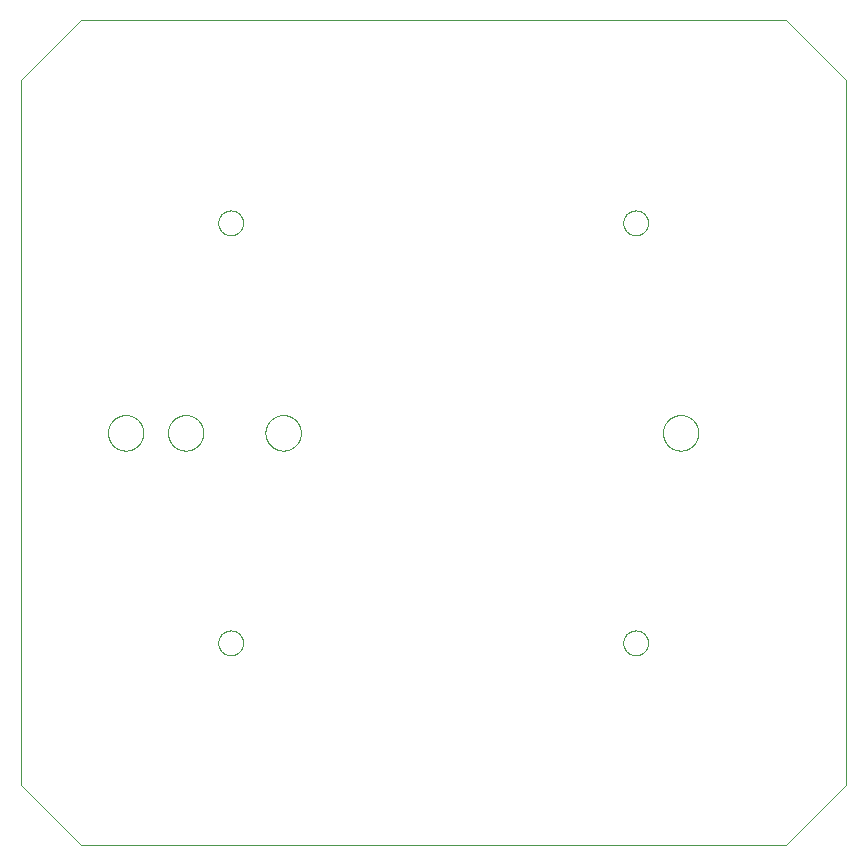
<source format=gbp>
G75*
%MOIN*%
%OFA0B0*%
%FSLAX25Y25*%
%IPPOS*%
%LPD*%
%AMOC8*
5,1,8,0,0,1.08239X$1,22.5*
%
%ADD10C,0.00000*%
D10*
X0033342Y0048933D02*
X0033342Y0283933D01*
X0053342Y0303933D01*
X0058302Y0303894D01*
X0053342Y0303933D02*
X0288342Y0303933D01*
X0308342Y0283933D01*
X0308342Y0048933D01*
X0288342Y0028933D01*
X0053342Y0028933D01*
X0033342Y0048933D01*
X0099208Y0096433D02*
X0099210Y0096561D01*
X0099216Y0096689D01*
X0099226Y0096816D01*
X0099240Y0096944D01*
X0099257Y0097070D01*
X0099279Y0097196D01*
X0099305Y0097322D01*
X0099334Y0097446D01*
X0099367Y0097570D01*
X0099404Y0097692D01*
X0099445Y0097813D01*
X0099490Y0097933D01*
X0099538Y0098052D01*
X0099590Y0098169D01*
X0099646Y0098284D01*
X0099705Y0098398D01*
X0099767Y0098509D01*
X0099833Y0098619D01*
X0099902Y0098726D01*
X0099975Y0098832D01*
X0100051Y0098935D01*
X0100130Y0099035D01*
X0100212Y0099134D01*
X0100297Y0099229D01*
X0100385Y0099322D01*
X0100476Y0099412D01*
X0100569Y0099499D01*
X0100666Y0099584D01*
X0100764Y0099665D01*
X0100866Y0099743D01*
X0100969Y0099818D01*
X0101075Y0099890D01*
X0101183Y0099959D01*
X0101293Y0100024D01*
X0101406Y0100085D01*
X0101520Y0100144D01*
X0101635Y0100198D01*
X0101753Y0100249D01*
X0101871Y0100297D01*
X0101992Y0100340D01*
X0102113Y0100380D01*
X0102236Y0100416D01*
X0102360Y0100449D01*
X0102485Y0100477D01*
X0102610Y0100502D01*
X0102736Y0100522D01*
X0102863Y0100539D01*
X0102991Y0100552D01*
X0103118Y0100561D01*
X0103246Y0100566D01*
X0103374Y0100567D01*
X0103502Y0100564D01*
X0103630Y0100557D01*
X0103757Y0100546D01*
X0103884Y0100531D01*
X0104011Y0100513D01*
X0104137Y0100490D01*
X0104262Y0100463D01*
X0104386Y0100433D01*
X0104509Y0100399D01*
X0104632Y0100361D01*
X0104753Y0100319D01*
X0104872Y0100273D01*
X0104990Y0100224D01*
X0105107Y0100171D01*
X0105222Y0100115D01*
X0105335Y0100055D01*
X0105446Y0099992D01*
X0105555Y0099925D01*
X0105662Y0099855D01*
X0105767Y0099781D01*
X0105869Y0099705D01*
X0105969Y0099625D01*
X0106067Y0099542D01*
X0106162Y0099456D01*
X0106254Y0099367D01*
X0106343Y0099276D01*
X0106430Y0099182D01*
X0106513Y0099085D01*
X0106594Y0098985D01*
X0106671Y0098884D01*
X0106746Y0098779D01*
X0106817Y0098673D01*
X0106884Y0098564D01*
X0106949Y0098454D01*
X0107009Y0098341D01*
X0107067Y0098227D01*
X0107120Y0098111D01*
X0107170Y0097993D01*
X0107217Y0097874D01*
X0107260Y0097753D01*
X0107299Y0097631D01*
X0107334Y0097508D01*
X0107365Y0097384D01*
X0107393Y0097259D01*
X0107416Y0097133D01*
X0107436Y0097007D01*
X0107452Y0096880D01*
X0107464Y0096753D01*
X0107472Y0096625D01*
X0107476Y0096497D01*
X0107476Y0096369D01*
X0107472Y0096241D01*
X0107464Y0096113D01*
X0107452Y0095986D01*
X0107436Y0095859D01*
X0107416Y0095733D01*
X0107393Y0095607D01*
X0107365Y0095482D01*
X0107334Y0095358D01*
X0107299Y0095235D01*
X0107260Y0095113D01*
X0107217Y0094992D01*
X0107170Y0094873D01*
X0107120Y0094755D01*
X0107067Y0094639D01*
X0107009Y0094525D01*
X0106949Y0094412D01*
X0106884Y0094302D01*
X0106817Y0094193D01*
X0106746Y0094087D01*
X0106671Y0093982D01*
X0106594Y0093881D01*
X0106513Y0093781D01*
X0106430Y0093684D01*
X0106343Y0093590D01*
X0106254Y0093499D01*
X0106162Y0093410D01*
X0106067Y0093324D01*
X0105969Y0093241D01*
X0105869Y0093161D01*
X0105767Y0093085D01*
X0105662Y0093011D01*
X0105555Y0092941D01*
X0105446Y0092874D01*
X0105335Y0092811D01*
X0105222Y0092751D01*
X0105107Y0092695D01*
X0104990Y0092642D01*
X0104872Y0092593D01*
X0104753Y0092547D01*
X0104632Y0092505D01*
X0104509Y0092467D01*
X0104386Y0092433D01*
X0104262Y0092403D01*
X0104137Y0092376D01*
X0104011Y0092353D01*
X0103884Y0092335D01*
X0103757Y0092320D01*
X0103630Y0092309D01*
X0103502Y0092302D01*
X0103374Y0092299D01*
X0103246Y0092300D01*
X0103118Y0092305D01*
X0102991Y0092314D01*
X0102863Y0092327D01*
X0102736Y0092344D01*
X0102610Y0092364D01*
X0102485Y0092389D01*
X0102360Y0092417D01*
X0102236Y0092450D01*
X0102113Y0092486D01*
X0101992Y0092526D01*
X0101871Y0092569D01*
X0101753Y0092617D01*
X0101635Y0092668D01*
X0101520Y0092722D01*
X0101406Y0092781D01*
X0101293Y0092842D01*
X0101183Y0092907D01*
X0101075Y0092976D01*
X0100969Y0093048D01*
X0100866Y0093123D01*
X0100764Y0093201D01*
X0100666Y0093282D01*
X0100569Y0093367D01*
X0100476Y0093454D01*
X0100385Y0093544D01*
X0100297Y0093637D01*
X0100212Y0093732D01*
X0100130Y0093831D01*
X0100051Y0093931D01*
X0099975Y0094034D01*
X0099902Y0094140D01*
X0099833Y0094247D01*
X0099767Y0094357D01*
X0099705Y0094468D01*
X0099646Y0094582D01*
X0099590Y0094697D01*
X0099538Y0094814D01*
X0099490Y0094933D01*
X0099445Y0095053D01*
X0099404Y0095174D01*
X0099367Y0095296D01*
X0099334Y0095420D01*
X0099305Y0095544D01*
X0099279Y0095670D01*
X0099257Y0095796D01*
X0099240Y0095922D01*
X0099226Y0096050D01*
X0099216Y0096177D01*
X0099210Y0096305D01*
X0099208Y0096433D01*
X0082436Y0166433D02*
X0082438Y0166586D01*
X0082444Y0166740D01*
X0082454Y0166893D01*
X0082468Y0167045D01*
X0082486Y0167198D01*
X0082508Y0167349D01*
X0082533Y0167500D01*
X0082563Y0167651D01*
X0082597Y0167801D01*
X0082634Y0167949D01*
X0082675Y0168097D01*
X0082720Y0168243D01*
X0082769Y0168389D01*
X0082822Y0168533D01*
X0082878Y0168675D01*
X0082938Y0168816D01*
X0083002Y0168956D01*
X0083069Y0169094D01*
X0083140Y0169230D01*
X0083215Y0169364D01*
X0083292Y0169496D01*
X0083374Y0169626D01*
X0083458Y0169754D01*
X0083546Y0169880D01*
X0083637Y0170003D01*
X0083731Y0170124D01*
X0083829Y0170242D01*
X0083929Y0170358D01*
X0084033Y0170471D01*
X0084139Y0170582D01*
X0084248Y0170690D01*
X0084360Y0170795D01*
X0084474Y0170896D01*
X0084592Y0170995D01*
X0084711Y0171091D01*
X0084833Y0171184D01*
X0084958Y0171273D01*
X0085085Y0171360D01*
X0085214Y0171442D01*
X0085345Y0171522D01*
X0085478Y0171598D01*
X0085613Y0171671D01*
X0085750Y0171740D01*
X0085889Y0171805D01*
X0086029Y0171867D01*
X0086171Y0171925D01*
X0086314Y0171980D01*
X0086459Y0172031D01*
X0086605Y0172078D01*
X0086752Y0172121D01*
X0086900Y0172160D01*
X0087049Y0172196D01*
X0087199Y0172227D01*
X0087350Y0172255D01*
X0087501Y0172279D01*
X0087654Y0172299D01*
X0087806Y0172315D01*
X0087959Y0172327D01*
X0088112Y0172335D01*
X0088265Y0172339D01*
X0088419Y0172339D01*
X0088572Y0172335D01*
X0088725Y0172327D01*
X0088878Y0172315D01*
X0089030Y0172299D01*
X0089183Y0172279D01*
X0089334Y0172255D01*
X0089485Y0172227D01*
X0089635Y0172196D01*
X0089784Y0172160D01*
X0089932Y0172121D01*
X0090079Y0172078D01*
X0090225Y0172031D01*
X0090370Y0171980D01*
X0090513Y0171925D01*
X0090655Y0171867D01*
X0090795Y0171805D01*
X0090934Y0171740D01*
X0091071Y0171671D01*
X0091206Y0171598D01*
X0091339Y0171522D01*
X0091470Y0171442D01*
X0091599Y0171360D01*
X0091726Y0171273D01*
X0091851Y0171184D01*
X0091973Y0171091D01*
X0092092Y0170995D01*
X0092210Y0170896D01*
X0092324Y0170795D01*
X0092436Y0170690D01*
X0092545Y0170582D01*
X0092651Y0170471D01*
X0092755Y0170358D01*
X0092855Y0170242D01*
X0092953Y0170124D01*
X0093047Y0170003D01*
X0093138Y0169880D01*
X0093226Y0169754D01*
X0093310Y0169626D01*
X0093392Y0169496D01*
X0093469Y0169364D01*
X0093544Y0169230D01*
X0093615Y0169094D01*
X0093682Y0168956D01*
X0093746Y0168816D01*
X0093806Y0168675D01*
X0093862Y0168533D01*
X0093915Y0168389D01*
X0093964Y0168243D01*
X0094009Y0168097D01*
X0094050Y0167949D01*
X0094087Y0167801D01*
X0094121Y0167651D01*
X0094151Y0167500D01*
X0094176Y0167349D01*
X0094198Y0167198D01*
X0094216Y0167045D01*
X0094230Y0166893D01*
X0094240Y0166740D01*
X0094246Y0166586D01*
X0094248Y0166433D01*
X0094246Y0166280D01*
X0094240Y0166126D01*
X0094230Y0165973D01*
X0094216Y0165821D01*
X0094198Y0165668D01*
X0094176Y0165517D01*
X0094151Y0165366D01*
X0094121Y0165215D01*
X0094087Y0165065D01*
X0094050Y0164917D01*
X0094009Y0164769D01*
X0093964Y0164623D01*
X0093915Y0164477D01*
X0093862Y0164333D01*
X0093806Y0164191D01*
X0093746Y0164050D01*
X0093682Y0163910D01*
X0093615Y0163772D01*
X0093544Y0163636D01*
X0093469Y0163502D01*
X0093392Y0163370D01*
X0093310Y0163240D01*
X0093226Y0163112D01*
X0093138Y0162986D01*
X0093047Y0162863D01*
X0092953Y0162742D01*
X0092855Y0162624D01*
X0092755Y0162508D01*
X0092651Y0162395D01*
X0092545Y0162284D01*
X0092436Y0162176D01*
X0092324Y0162071D01*
X0092210Y0161970D01*
X0092092Y0161871D01*
X0091973Y0161775D01*
X0091851Y0161682D01*
X0091726Y0161593D01*
X0091599Y0161506D01*
X0091470Y0161424D01*
X0091339Y0161344D01*
X0091206Y0161268D01*
X0091071Y0161195D01*
X0090934Y0161126D01*
X0090795Y0161061D01*
X0090655Y0160999D01*
X0090513Y0160941D01*
X0090370Y0160886D01*
X0090225Y0160835D01*
X0090079Y0160788D01*
X0089932Y0160745D01*
X0089784Y0160706D01*
X0089635Y0160670D01*
X0089485Y0160639D01*
X0089334Y0160611D01*
X0089183Y0160587D01*
X0089030Y0160567D01*
X0088878Y0160551D01*
X0088725Y0160539D01*
X0088572Y0160531D01*
X0088419Y0160527D01*
X0088265Y0160527D01*
X0088112Y0160531D01*
X0087959Y0160539D01*
X0087806Y0160551D01*
X0087654Y0160567D01*
X0087501Y0160587D01*
X0087350Y0160611D01*
X0087199Y0160639D01*
X0087049Y0160670D01*
X0086900Y0160706D01*
X0086752Y0160745D01*
X0086605Y0160788D01*
X0086459Y0160835D01*
X0086314Y0160886D01*
X0086171Y0160941D01*
X0086029Y0160999D01*
X0085889Y0161061D01*
X0085750Y0161126D01*
X0085613Y0161195D01*
X0085478Y0161268D01*
X0085345Y0161344D01*
X0085214Y0161424D01*
X0085085Y0161506D01*
X0084958Y0161593D01*
X0084833Y0161682D01*
X0084711Y0161775D01*
X0084592Y0161871D01*
X0084474Y0161970D01*
X0084360Y0162071D01*
X0084248Y0162176D01*
X0084139Y0162284D01*
X0084033Y0162395D01*
X0083929Y0162508D01*
X0083829Y0162624D01*
X0083731Y0162742D01*
X0083637Y0162863D01*
X0083546Y0162986D01*
X0083458Y0163112D01*
X0083374Y0163240D01*
X0083292Y0163370D01*
X0083215Y0163502D01*
X0083140Y0163636D01*
X0083069Y0163772D01*
X0083002Y0163910D01*
X0082938Y0164050D01*
X0082878Y0164191D01*
X0082822Y0164333D01*
X0082769Y0164477D01*
X0082720Y0164623D01*
X0082675Y0164769D01*
X0082634Y0164917D01*
X0082597Y0165065D01*
X0082563Y0165215D01*
X0082533Y0165366D01*
X0082508Y0165517D01*
X0082486Y0165668D01*
X0082468Y0165821D01*
X0082454Y0165973D01*
X0082444Y0166126D01*
X0082438Y0166280D01*
X0082436Y0166433D01*
X0062436Y0166433D02*
X0062438Y0166586D01*
X0062444Y0166740D01*
X0062454Y0166893D01*
X0062468Y0167045D01*
X0062486Y0167198D01*
X0062508Y0167349D01*
X0062533Y0167500D01*
X0062563Y0167651D01*
X0062597Y0167801D01*
X0062634Y0167949D01*
X0062675Y0168097D01*
X0062720Y0168243D01*
X0062769Y0168389D01*
X0062822Y0168533D01*
X0062878Y0168675D01*
X0062938Y0168816D01*
X0063002Y0168956D01*
X0063069Y0169094D01*
X0063140Y0169230D01*
X0063215Y0169364D01*
X0063292Y0169496D01*
X0063374Y0169626D01*
X0063458Y0169754D01*
X0063546Y0169880D01*
X0063637Y0170003D01*
X0063731Y0170124D01*
X0063829Y0170242D01*
X0063929Y0170358D01*
X0064033Y0170471D01*
X0064139Y0170582D01*
X0064248Y0170690D01*
X0064360Y0170795D01*
X0064474Y0170896D01*
X0064592Y0170995D01*
X0064711Y0171091D01*
X0064833Y0171184D01*
X0064958Y0171273D01*
X0065085Y0171360D01*
X0065214Y0171442D01*
X0065345Y0171522D01*
X0065478Y0171598D01*
X0065613Y0171671D01*
X0065750Y0171740D01*
X0065889Y0171805D01*
X0066029Y0171867D01*
X0066171Y0171925D01*
X0066314Y0171980D01*
X0066459Y0172031D01*
X0066605Y0172078D01*
X0066752Y0172121D01*
X0066900Y0172160D01*
X0067049Y0172196D01*
X0067199Y0172227D01*
X0067350Y0172255D01*
X0067501Y0172279D01*
X0067654Y0172299D01*
X0067806Y0172315D01*
X0067959Y0172327D01*
X0068112Y0172335D01*
X0068265Y0172339D01*
X0068419Y0172339D01*
X0068572Y0172335D01*
X0068725Y0172327D01*
X0068878Y0172315D01*
X0069030Y0172299D01*
X0069183Y0172279D01*
X0069334Y0172255D01*
X0069485Y0172227D01*
X0069635Y0172196D01*
X0069784Y0172160D01*
X0069932Y0172121D01*
X0070079Y0172078D01*
X0070225Y0172031D01*
X0070370Y0171980D01*
X0070513Y0171925D01*
X0070655Y0171867D01*
X0070795Y0171805D01*
X0070934Y0171740D01*
X0071071Y0171671D01*
X0071206Y0171598D01*
X0071339Y0171522D01*
X0071470Y0171442D01*
X0071599Y0171360D01*
X0071726Y0171273D01*
X0071851Y0171184D01*
X0071973Y0171091D01*
X0072092Y0170995D01*
X0072210Y0170896D01*
X0072324Y0170795D01*
X0072436Y0170690D01*
X0072545Y0170582D01*
X0072651Y0170471D01*
X0072755Y0170358D01*
X0072855Y0170242D01*
X0072953Y0170124D01*
X0073047Y0170003D01*
X0073138Y0169880D01*
X0073226Y0169754D01*
X0073310Y0169626D01*
X0073392Y0169496D01*
X0073469Y0169364D01*
X0073544Y0169230D01*
X0073615Y0169094D01*
X0073682Y0168956D01*
X0073746Y0168816D01*
X0073806Y0168675D01*
X0073862Y0168533D01*
X0073915Y0168389D01*
X0073964Y0168243D01*
X0074009Y0168097D01*
X0074050Y0167949D01*
X0074087Y0167801D01*
X0074121Y0167651D01*
X0074151Y0167500D01*
X0074176Y0167349D01*
X0074198Y0167198D01*
X0074216Y0167045D01*
X0074230Y0166893D01*
X0074240Y0166740D01*
X0074246Y0166586D01*
X0074248Y0166433D01*
X0074246Y0166280D01*
X0074240Y0166126D01*
X0074230Y0165973D01*
X0074216Y0165821D01*
X0074198Y0165668D01*
X0074176Y0165517D01*
X0074151Y0165366D01*
X0074121Y0165215D01*
X0074087Y0165065D01*
X0074050Y0164917D01*
X0074009Y0164769D01*
X0073964Y0164623D01*
X0073915Y0164477D01*
X0073862Y0164333D01*
X0073806Y0164191D01*
X0073746Y0164050D01*
X0073682Y0163910D01*
X0073615Y0163772D01*
X0073544Y0163636D01*
X0073469Y0163502D01*
X0073392Y0163370D01*
X0073310Y0163240D01*
X0073226Y0163112D01*
X0073138Y0162986D01*
X0073047Y0162863D01*
X0072953Y0162742D01*
X0072855Y0162624D01*
X0072755Y0162508D01*
X0072651Y0162395D01*
X0072545Y0162284D01*
X0072436Y0162176D01*
X0072324Y0162071D01*
X0072210Y0161970D01*
X0072092Y0161871D01*
X0071973Y0161775D01*
X0071851Y0161682D01*
X0071726Y0161593D01*
X0071599Y0161506D01*
X0071470Y0161424D01*
X0071339Y0161344D01*
X0071206Y0161268D01*
X0071071Y0161195D01*
X0070934Y0161126D01*
X0070795Y0161061D01*
X0070655Y0160999D01*
X0070513Y0160941D01*
X0070370Y0160886D01*
X0070225Y0160835D01*
X0070079Y0160788D01*
X0069932Y0160745D01*
X0069784Y0160706D01*
X0069635Y0160670D01*
X0069485Y0160639D01*
X0069334Y0160611D01*
X0069183Y0160587D01*
X0069030Y0160567D01*
X0068878Y0160551D01*
X0068725Y0160539D01*
X0068572Y0160531D01*
X0068419Y0160527D01*
X0068265Y0160527D01*
X0068112Y0160531D01*
X0067959Y0160539D01*
X0067806Y0160551D01*
X0067654Y0160567D01*
X0067501Y0160587D01*
X0067350Y0160611D01*
X0067199Y0160639D01*
X0067049Y0160670D01*
X0066900Y0160706D01*
X0066752Y0160745D01*
X0066605Y0160788D01*
X0066459Y0160835D01*
X0066314Y0160886D01*
X0066171Y0160941D01*
X0066029Y0160999D01*
X0065889Y0161061D01*
X0065750Y0161126D01*
X0065613Y0161195D01*
X0065478Y0161268D01*
X0065345Y0161344D01*
X0065214Y0161424D01*
X0065085Y0161506D01*
X0064958Y0161593D01*
X0064833Y0161682D01*
X0064711Y0161775D01*
X0064592Y0161871D01*
X0064474Y0161970D01*
X0064360Y0162071D01*
X0064248Y0162176D01*
X0064139Y0162284D01*
X0064033Y0162395D01*
X0063929Y0162508D01*
X0063829Y0162624D01*
X0063731Y0162742D01*
X0063637Y0162863D01*
X0063546Y0162986D01*
X0063458Y0163112D01*
X0063374Y0163240D01*
X0063292Y0163370D01*
X0063215Y0163502D01*
X0063140Y0163636D01*
X0063069Y0163772D01*
X0063002Y0163910D01*
X0062938Y0164050D01*
X0062878Y0164191D01*
X0062822Y0164333D01*
X0062769Y0164477D01*
X0062720Y0164623D01*
X0062675Y0164769D01*
X0062634Y0164917D01*
X0062597Y0165065D01*
X0062563Y0165215D01*
X0062533Y0165366D01*
X0062508Y0165517D01*
X0062486Y0165668D01*
X0062468Y0165821D01*
X0062454Y0165973D01*
X0062444Y0166126D01*
X0062438Y0166280D01*
X0062436Y0166433D01*
X0114936Y0166433D02*
X0114938Y0166586D01*
X0114944Y0166740D01*
X0114954Y0166893D01*
X0114968Y0167045D01*
X0114986Y0167198D01*
X0115008Y0167349D01*
X0115033Y0167500D01*
X0115063Y0167651D01*
X0115097Y0167801D01*
X0115134Y0167949D01*
X0115175Y0168097D01*
X0115220Y0168243D01*
X0115269Y0168389D01*
X0115322Y0168533D01*
X0115378Y0168675D01*
X0115438Y0168816D01*
X0115502Y0168956D01*
X0115569Y0169094D01*
X0115640Y0169230D01*
X0115715Y0169364D01*
X0115792Y0169496D01*
X0115874Y0169626D01*
X0115958Y0169754D01*
X0116046Y0169880D01*
X0116137Y0170003D01*
X0116231Y0170124D01*
X0116329Y0170242D01*
X0116429Y0170358D01*
X0116533Y0170471D01*
X0116639Y0170582D01*
X0116748Y0170690D01*
X0116860Y0170795D01*
X0116974Y0170896D01*
X0117092Y0170995D01*
X0117211Y0171091D01*
X0117333Y0171184D01*
X0117458Y0171273D01*
X0117585Y0171360D01*
X0117714Y0171442D01*
X0117845Y0171522D01*
X0117978Y0171598D01*
X0118113Y0171671D01*
X0118250Y0171740D01*
X0118389Y0171805D01*
X0118529Y0171867D01*
X0118671Y0171925D01*
X0118814Y0171980D01*
X0118959Y0172031D01*
X0119105Y0172078D01*
X0119252Y0172121D01*
X0119400Y0172160D01*
X0119549Y0172196D01*
X0119699Y0172227D01*
X0119850Y0172255D01*
X0120001Y0172279D01*
X0120154Y0172299D01*
X0120306Y0172315D01*
X0120459Y0172327D01*
X0120612Y0172335D01*
X0120765Y0172339D01*
X0120919Y0172339D01*
X0121072Y0172335D01*
X0121225Y0172327D01*
X0121378Y0172315D01*
X0121530Y0172299D01*
X0121683Y0172279D01*
X0121834Y0172255D01*
X0121985Y0172227D01*
X0122135Y0172196D01*
X0122284Y0172160D01*
X0122432Y0172121D01*
X0122579Y0172078D01*
X0122725Y0172031D01*
X0122870Y0171980D01*
X0123013Y0171925D01*
X0123155Y0171867D01*
X0123295Y0171805D01*
X0123434Y0171740D01*
X0123571Y0171671D01*
X0123706Y0171598D01*
X0123839Y0171522D01*
X0123970Y0171442D01*
X0124099Y0171360D01*
X0124226Y0171273D01*
X0124351Y0171184D01*
X0124473Y0171091D01*
X0124592Y0170995D01*
X0124710Y0170896D01*
X0124824Y0170795D01*
X0124936Y0170690D01*
X0125045Y0170582D01*
X0125151Y0170471D01*
X0125255Y0170358D01*
X0125355Y0170242D01*
X0125453Y0170124D01*
X0125547Y0170003D01*
X0125638Y0169880D01*
X0125726Y0169754D01*
X0125810Y0169626D01*
X0125892Y0169496D01*
X0125969Y0169364D01*
X0126044Y0169230D01*
X0126115Y0169094D01*
X0126182Y0168956D01*
X0126246Y0168816D01*
X0126306Y0168675D01*
X0126362Y0168533D01*
X0126415Y0168389D01*
X0126464Y0168243D01*
X0126509Y0168097D01*
X0126550Y0167949D01*
X0126587Y0167801D01*
X0126621Y0167651D01*
X0126651Y0167500D01*
X0126676Y0167349D01*
X0126698Y0167198D01*
X0126716Y0167045D01*
X0126730Y0166893D01*
X0126740Y0166740D01*
X0126746Y0166586D01*
X0126748Y0166433D01*
X0126746Y0166280D01*
X0126740Y0166126D01*
X0126730Y0165973D01*
X0126716Y0165821D01*
X0126698Y0165668D01*
X0126676Y0165517D01*
X0126651Y0165366D01*
X0126621Y0165215D01*
X0126587Y0165065D01*
X0126550Y0164917D01*
X0126509Y0164769D01*
X0126464Y0164623D01*
X0126415Y0164477D01*
X0126362Y0164333D01*
X0126306Y0164191D01*
X0126246Y0164050D01*
X0126182Y0163910D01*
X0126115Y0163772D01*
X0126044Y0163636D01*
X0125969Y0163502D01*
X0125892Y0163370D01*
X0125810Y0163240D01*
X0125726Y0163112D01*
X0125638Y0162986D01*
X0125547Y0162863D01*
X0125453Y0162742D01*
X0125355Y0162624D01*
X0125255Y0162508D01*
X0125151Y0162395D01*
X0125045Y0162284D01*
X0124936Y0162176D01*
X0124824Y0162071D01*
X0124710Y0161970D01*
X0124592Y0161871D01*
X0124473Y0161775D01*
X0124351Y0161682D01*
X0124226Y0161593D01*
X0124099Y0161506D01*
X0123970Y0161424D01*
X0123839Y0161344D01*
X0123706Y0161268D01*
X0123571Y0161195D01*
X0123434Y0161126D01*
X0123295Y0161061D01*
X0123155Y0160999D01*
X0123013Y0160941D01*
X0122870Y0160886D01*
X0122725Y0160835D01*
X0122579Y0160788D01*
X0122432Y0160745D01*
X0122284Y0160706D01*
X0122135Y0160670D01*
X0121985Y0160639D01*
X0121834Y0160611D01*
X0121683Y0160587D01*
X0121530Y0160567D01*
X0121378Y0160551D01*
X0121225Y0160539D01*
X0121072Y0160531D01*
X0120919Y0160527D01*
X0120765Y0160527D01*
X0120612Y0160531D01*
X0120459Y0160539D01*
X0120306Y0160551D01*
X0120154Y0160567D01*
X0120001Y0160587D01*
X0119850Y0160611D01*
X0119699Y0160639D01*
X0119549Y0160670D01*
X0119400Y0160706D01*
X0119252Y0160745D01*
X0119105Y0160788D01*
X0118959Y0160835D01*
X0118814Y0160886D01*
X0118671Y0160941D01*
X0118529Y0160999D01*
X0118389Y0161061D01*
X0118250Y0161126D01*
X0118113Y0161195D01*
X0117978Y0161268D01*
X0117845Y0161344D01*
X0117714Y0161424D01*
X0117585Y0161506D01*
X0117458Y0161593D01*
X0117333Y0161682D01*
X0117211Y0161775D01*
X0117092Y0161871D01*
X0116974Y0161970D01*
X0116860Y0162071D01*
X0116748Y0162176D01*
X0116639Y0162284D01*
X0116533Y0162395D01*
X0116429Y0162508D01*
X0116329Y0162624D01*
X0116231Y0162742D01*
X0116137Y0162863D01*
X0116046Y0162986D01*
X0115958Y0163112D01*
X0115874Y0163240D01*
X0115792Y0163370D01*
X0115715Y0163502D01*
X0115640Y0163636D01*
X0115569Y0163772D01*
X0115502Y0163910D01*
X0115438Y0164050D01*
X0115378Y0164191D01*
X0115322Y0164333D01*
X0115269Y0164477D01*
X0115220Y0164623D01*
X0115175Y0164769D01*
X0115134Y0164917D01*
X0115097Y0165065D01*
X0115063Y0165215D01*
X0115033Y0165366D01*
X0115008Y0165517D01*
X0114986Y0165668D01*
X0114968Y0165821D01*
X0114954Y0165973D01*
X0114944Y0166126D01*
X0114938Y0166280D01*
X0114936Y0166433D01*
X0099208Y0236433D02*
X0099210Y0236561D01*
X0099216Y0236689D01*
X0099226Y0236816D01*
X0099240Y0236944D01*
X0099257Y0237070D01*
X0099279Y0237196D01*
X0099305Y0237322D01*
X0099334Y0237446D01*
X0099367Y0237570D01*
X0099404Y0237692D01*
X0099445Y0237813D01*
X0099490Y0237933D01*
X0099538Y0238052D01*
X0099590Y0238169D01*
X0099646Y0238284D01*
X0099705Y0238398D01*
X0099767Y0238509D01*
X0099833Y0238619D01*
X0099902Y0238726D01*
X0099975Y0238832D01*
X0100051Y0238935D01*
X0100130Y0239035D01*
X0100212Y0239134D01*
X0100297Y0239229D01*
X0100385Y0239322D01*
X0100476Y0239412D01*
X0100569Y0239499D01*
X0100666Y0239584D01*
X0100764Y0239665D01*
X0100866Y0239743D01*
X0100969Y0239818D01*
X0101075Y0239890D01*
X0101183Y0239959D01*
X0101293Y0240024D01*
X0101406Y0240085D01*
X0101520Y0240144D01*
X0101635Y0240198D01*
X0101753Y0240249D01*
X0101871Y0240297D01*
X0101992Y0240340D01*
X0102113Y0240380D01*
X0102236Y0240416D01*
X0102360Y0240449D01*
X0102485Y0240477D01*
X0102610Y0240502D01*
X0102736Y0240522D01*
X0102863Y0240539D01*
X0102991Y0240552D01*
X0103118Y0240561D01*
X0103246Y0240566D01*
X0103374Y0240567D01*
X0103502Y0240564D01*
X0103630Y0240557D01*
X0103757Y0240546D01*
X0103884Y0240531D01*
X0104011Y0240513D01*
X0104137Y0240490D01*
X0104262Y0240463D01*
X0104386Y0240433D01*
X0104509Y0240399D01*
X0104632Y0240361D01*
X0104753Y0240319D01*
X0104872Y0240273D01*
X0104990Y0240224D01*
X0105107Y0240171D01*
X0105222Y0240115D01*
X0105335Y0240055D01*
X0105446Y0239992D01*
X0105555Y0239925D01*
X0105662Y0239855D01*
X0105767Y0239781D01*
X0105869Y0239705D01*
X0105969Y0239625D01*
X0106067Y0239542D01*
X0106162Y0239456D01*
X0106254Y0239367D01*
X0106343Y0239276D01*
X0106430Y0239182D01*
X0106513Y0239085D01*
X0106594Y0238985D01*
X0106671Y0238884D01*
X0106746Y0238779D01*
X0106817Y0238673D01*
X0106884Y0238564D01*
X0106949Y0238454D01*
X0107009Y0238341D01*
X0107067Y0238227D01*
X0107120Y0238111D01*
X0107170Y0237993D01*
X0107217Y0237874D01*
X0107260Y0237753D01*
X0107299Y0237631D01*
X0107334Y0237508D01*
X0107365Y0237384D01*
X0107393Y0237259D01*
X0107416Y0237133D01*
X0107436Y0237007D01*
X0107452Y0236880D01*
X0107464Y0236753D01*
X0107472Y0236625D01*
X0107476Y0236497D01*
X0107476Y0236369D01*
X0107472Y0236241D01*
X0107464Y0236113D01*
X0107452Y0235986D01*
X0107436Y0235859D01*
X0107416Y0235733D01*
X0107393Y0235607D01*
X0107365Y0235482D01*
X0107334Y0235358D01*
X0107299Y0235235D01*
X0107260Y0235113D01*
X0107217Y0234992D01*
X0107170Y0234873D01*
X0107120Y0234755D01*
X0107067Y0234639D01*
X0107009Y0234525D01*
X0106949Y0234412D01*
X0106884Y0234302D01*
X0106817Y0234193D01*
X0106746Y0234087D01*
X0106671Y0233982D01*
X0106594Y0233881D01*
X0106513Y0233781D01*
X0106430Y0233684D01*
X0106343Y0233590D01*
X0106254Y0233499D01*
X0106162Y0233410D01*
X0106067Y0233324D01*
X0105969Y0233241D01*
X0105869Y0233161D01*
X0105767Y0233085D01*
X0105662Y0233011D01*
X0105555Y0232941D01*
X0105446Y0232874D01*
X0105335Y0232811D01*
X0105222Y0232751D01*
X0105107Y0232695D01*
X0104990Y0232642D01*
X0104872Y0232593D01*
X0104753Y0232547D01*
X0104632Y0232505D01*
X0104509Y0232467D01*
X0104386Y0232433D01*
X0104262Y0232403D01*
X0104137Y0232376D01*
X0104011Y0232353D01*
X0103884Y0232335D01*
X0103757Y0232320D01*
X0103630Y0232309D01*
X0103502Y0232302D01*
X0103374Y0232299D01*
X0103246Y0232300D01*
X0103118Y0232305D01*
X0102991Y0232314D01*
X0102863Y0232327D01*
X0102736Y0232344D01*
X0102610Y0232364D01*
X0102485Y0232389D01*
X0102360Y0232417D01*
X0102236Y0232450D01*
X0102113Y0232486D01*
X0101992Y0232526D01*
X0101871Y0232569D01*
X0101753Y0232617D01*
X0101635Y0232668D01*
X0101520Y0232722D01*
X0101406Y0232781D01*
X0101293Y0232842D01*
X0101183Y0232907D01*
X0101075Y0232976D01*
X0100969Y0233048D01*
X0100866Y0233123D01*
X0100764Y0233201D01*
X0100666Y0233282D01*
X0100569Y0233367D01*
X0100476Y0233454D01*
X0100385Y0233544D01*
X0100297Y0233637D01*
X0100212Y0233732D01*
X0100130Y0233831D01*
X0100051Y0233931D01*
X0099975Y0234034D01*
X0099902Y0234140D01*
X0099833Y0234247D01*
X0099767Y0234357D01*
X0099705Y0234468D01*
X0099646Y0234582D01*
X0099590Y0234697D01*
X0099538Y0234814D01*
X0099490Y0234933D01*
X0099445Y0235053D01*
X0099404Y0235174D01*
X0099367Y0235296D01*
X0099334Y0235420D01*
X0099305Y0235544D01*
X0099279Y0235670D01*
X0099257Y0235796D01*
X0099240Y0235922D01*
X0099226Y0236050D01*
X0099216Y0236177D01*
X0099210Y0236305D01*
X0099208Y0236433D01*
X0234208Y0236433D02*
X0234210Y0236561D01*
X0234216Y0236689D01*
X0234226Y0236816D01*
X0234240Y0236944D01*
X0234257Y0237070D01*
X0234279Y0237196D01*
X0234305Y0237322D01*
X0234334Y0237446D01*
X0234367Y0237570D01*
X0234404Y0237692D01*
X0234445Y0237813D01*
X0234490Y0237933D01*
X0234538Y0238052D01*
X0234590Y0238169D01*
X0234646Y0238284D01*
X0234705Y0238398D01*
X0234767Y0238509D01*
X0234833Y0238619D01*
X0234902Y0238726D01*
X0234975Y0238832D01*
X0235051Y0238935D01*
X0235130Y0239035D01*
X0235212Y0239134D01*
X0235297Y0239229D01*
X0235385Y0239322D01*
X0235476Y0239412D01*
X0235569Y0239499D01*
X0235666Y0239584D01*
X0235764Y0239665D01*
X0235866Y0239743D01*
X0235969Y0239818D01*
X0236075Y0239890D01*
X0236183Y0239959D01*
X0236293Y0240024D01*
X0236406Y0240085D01*
X0236520Y0240144D01*
X0236635Y0240198D01*
X0236753Y0240249D01*
X0236871Y0240297D01*
X0236992Y0240340D01*
X0237113Y0240380D01*
X0237236Y0240416D01*
X0237360Y0240449D01*
X0237485Y0240477D01*
X0237610Y0240502D01*
X0237736Y0240522D01*
X0237863Y0240539D01*
X0237991Y0240552D01*
X0238118Y0240561D01*
X0238246Y0240566D01*
X0238374Y0240567D01*
X0238502Y0240564D01*
X0238630Y0240557D01*
X0238757Y0240546D01*
X0238884Y0240531D01*
X0239011Y0240513D01*
X0239137Y0240490D01*
X0239262Y0240463D01*
X0239386Y0240433D01*
X0239509Y0240399D01*
X0239632Y0240361D01*
X0239753Y0240319D01*
X0239872Y0240273D01*
X0239990Y0240224D01*
X0240107Y0240171D01*
X0240222Y0240115D01*
X0240335Y0240055D01*
X0240446Y0239992D01*
X0240555Y0239925D01*
X0240662Y0239855D01*
X0240767Y0239781D01*
X0240869Y0239705D01*
X0240969Y0239625D01*
X0241067Y0239542D01*
X0241162Y0239456D01*
X0241254Y0239367D01*
X0241343Y0239276D01*
X0241430Y0239182D01*
X0241513Y0239085D01*
X0241594Y0238985D01*
X0241671Y0238884D01*
X0241746Y0238779D01*
X0241817Y0238673D01*
X0241884Y0238564D01*
X0241949Y0238454D01*
X0242009Y0238341D01*
X0242067Y0238227D01*
X0242120Y0238111D01*
X0242170Y0237993D01*
X0242217Y0237874D01*
X0242260Y0237753D01*
X0242299Y0237631D01*
X0242334Y0237508D01*
X0242365Y0237384D01*
X0242393Y0237259D01*
X0242416Y0237133D01*
X0242436Y0237007D01*
X0242452Y0236880D01*
X0242464Y0236753D01*
X0242472Y0236625D01*
X0242476Y0236497D01*
X0242476Y0236369D01*
X0242472Y0236241D01*
X0242464Y0236113D01*
X0242452Y0235986D01*
X0242436Y0235859D01*
X0242416Y0235733D01*
X0242393Y0235607D01*
X0242365Y0235482D01*
X0242334Y0235358D01*
X0242299Y0235235D01*
X0242260Y0235113D01*
X0242217Y0234992D01*
X0242170Y0234873D01*
X0242120Y0234755D01*
X0242067Y0234639D01*
X0242009Y0234525D01*
X0241949Y0234412D01*
X0241884Y0234302D01*
X0241817Y0234193D01*
X0241746Y0234087D01*
X0241671Y0233982D01*
X0241594Y0233881D01*
X0241513Y0233781D01*
X0241430Y0233684D01*
X0241343Y0233590D01*
X0241254Y0233499D01*
X0241162Y0233410D01*
X0241067Y0233324D01*
X0240969Y0233241D01*
X0240869Y0233161D01*
X0240767Y0233085D01*
X0240662Y0233011D01*
X0240555Y0232941D01*
X0240446Y0232874D01*
X0240335Y0232811D01*
X0240222Y0232751D01*
X0240107Y0232695D01*
X0239990Y0232642D01*
X0239872Y0232593D01*
X0239753Y0232547D01*
X0239632Y0232505D01*
X0239509Y0232467D01*
X0239386Y0232433D01*
X0239262Y0232403D01*
X0239137Y0232376D01*
X0239011Y0232353D01*
X0238884Y0232335D01*
X0238757Y0232320D01*
X0238630Y0232309D01*
X0238502Y0232302D01*
X0238374Y0232299D01*
X0238246Y0232300D01*
X0238118Y0232305D01*
X0237991Y0232314D01*
X0237863Y0232327D01*
X0237736Y0232344D01*
X0237610Y0232364D01*
X0237485Y0232389D01*
X0237360Y0232417D01*
X0237236Y0232450D01*
X0237113Y0232486D01*
X0236992Y0232526D01*
X0236871Y0232569D01*
X0236753Y0232617D01*
X0236635Y0232668D01*
X0236520Y0232722D01*
X0236406Y0232781D01*
X0236293Y0232842D01*
X0236183Y0232907D01*
X0236075Y0232976D01*
X0235969Y0233048D01*
X0235866Y0233123D01*
X0235764Y0233201D01*
X0235666Y0233282D01*
X0235569Y0233367D01*
X0235476Y0233454D01*
X0235385Y0233544D01*
X0235297Y0233637D01*
X0235212Y0233732D01*
X0235130Y0233831D01*
X0235051Y0233931D01*
X0234975Y0234034D01*
X0234902Y0234140D01*
X0234833Y0234247D01*
X0234767Y0234357D01*
X0234705Y0234468D01*
X0234646Y0234582D01*
X0234590Y0234697D01*
X0234538Y0234814D01*
X0234490Y0234933D01*
X0234445Y0235053D01*
X0234404Y0235174D01*
X0234367Y0235296D01*
X0234334Y0235420D01*
X0234305Y0235544D01*
X0234279Y0235670D01*
X0234257Y0235796D01*
X0234240Y0235922D01*
X0234226Y0236050D01*
X0234216Y0236177D01*
X0234210Y0236305D01*
X0234208Y0236433D01*
X0247436Y0166433D02*
X0247438Y0166586D01*
X0247444Y0166740D01*
X0247454Y0166893D01*
X0247468Y0167045D01*
X0247486Y0167198D01*
X0247508Y0167349D01*
X0247533Y0167500D01*
X0247563Y0167651D01*
X0247597Y0167801D01*
X0247634Y0167949D01*
X0247675Y0168097D01*
X0247720Y0168243D01*
X0247769Y0168389D01*
X0247822Y0168533D01*
X0247878Y0168675D01*
X0247938Y0168816D01*
X0248002Y0168956D01*
X0248069Y0169094D01*
X0248140Y0169230D01*
X0248215Y0169364D01*
X0248292Y0169496D01*
X0248374Y0169626D01*
X0248458Y0169754D01*
X0248546Y0169880D01*
X0248637Y0170003D01*
X0248731Y0170124D01*
X0248829Y0170242D01*
X0248929Y0170358D01*
X0249033Y0170471D01*
X0249139Y0170582D01*
X0249248Y0170690D01*
X0249360Y0170795D01*
X0249474Y0170896D01*
X0249592Y0170995D01*
X0249711Y0171091D01*
X0249833Y0171184D01*
X0249958Y0171273D01*
X0250085Y0171360D01*
X0250214Y0171442D01*
X0250345Y0171522D01*
X0250478Y0171598D01*
X0250613Y0171671D01*
X0250750Y0171740D01*
X0250889Y0171805D01*
X0251029Y0171867D01*
X0251171Y0171925D01*
X0251314Y0171980D01*
X0251459Y0172031D01*
X0251605Y0172078D01*
X0251752Y0172121D01*
X0251900Y0172160D01*
X0252049Y0172196D01*
X0252199Y0172227D01*
X0252350Y0172255D01*
X0252501Y0172279D01*
X0252654Y0172299D01*
X0252806Y0172315D01*
X0252959Y0172327D01*
X0253112Y0172335D01*
X0253265Y0172339D01*
X0253419Y0172339D01*
X0253572Y0172335D01*
X0253725Y0172327D01*
X0253878Y0172315D01*
X0254030Y0172299D01*
X0254183Y0172279D01*
X0254334Y0172255D01*
X0254485Y0172227D01*
X0254635Y0172196D01*
X0254784Y0172160D01*
X0254932Y0172121D01*
X0255079Y0172078D01*
X0255225Y0172031D01*
X0255370Y0171980D01*
X0255513Y0171925D01*
X0255655Y0171867D01*
X0255795Y0171805D01*
X0255934Y0171740D01*
X0256071Y0171671D01*
X0256206Y0171598D01*
X0256339Y0171522D01*
X0256470Y0171442D01*
X0256599Y0171360D01*
X0256726Y0171273D01*
X0256851Y0171184D01*
X0256973Y0171091D01*
X0257092Y0170995D01*
X0257210Y0170896D01*
X0257324Y0170795D01*
X0257436Y0170690D01*
X0257545Y0170582D01*
X0257651Y0170471D01*
X0257755Y0170358D01*
X0257855Y0170242D01*
X0257953Y0170124D01*
X0258047Y0170003D01*
X0258138Y0169880D01*
X0258226Y0169754D01*
X0258310Y0169626D01*
X0258392Y0169496D01*
X0258469Y0169364D01*
X0258544Y0169230D01*
X0258615Y0169094D01*
X0258682Y0168956D01*
X0258746Y0168816D01*
X0258806Y0168675D01*
X0258862Y0168533D01*
X0258915Y0168389D01*
X0258964Y0168243D01*
X0259009Y0168097D01*
X0259050Y0167949D01*
X0259087Y0167801D01*
X0259121Y0167651D01*
X0259151Y0167500D01*
X0259176Y0167349D01*
X0259198Y0167198D01*
X0259216Y0167045D01*
X0259230Y0166893D01*
X0259240Y0166740D01*
X0259246Y0166586D01*
X0259248Y0166433D01*
X0259246Y0166280D01*
X0259240Y0166126D01*
X0259230Y0165973D01*
X0259216Y0165821D01*
X0259198Y0165668D01*
X0259176Y0165517D01*
X0259151Y0165366D01*
X0259121Y0165215D01*
X0259087Y0165065D01*
X0259050Y0164917D01*
X0259009Y0164769D01*
X0258964Y0164623D01*
X0258915Y0164477D01*
X0258862Y0164333D01*
X0258806Y0164191D01*
X0258746Y0164050D01*
X0258682Y0163910D01*
X0258615Y0163772D01*
X0258544Y0163636D01*
X0258469Y0163502D01*
X0258392Y0163370D01*
X0258310Y0163240D01*
X0258226Y0163112D01*
X0258138Y0162986D01*
X0258047Y0162863D01*
X0257953Y0162742D01*
X0257855Y0162624D01*
X0257755Y0162508D01*
X0257651Y0162395D01*
X0257545Y0162284D01*
X0257436Y0162176D01*
X0257324Y0162071D01*
X0257210Y0161970D01*
X0257092Y0161871D01*
X0256973Y0161775D01*
X0256851Y0161682D01*
X0256726Y0161593D01*
X0256599Y0161506D01*
X0256470Y0161424D01*
X0256339Y0161344D01*
X0256206Y0161268D01*
X0256071Y0161195D01*
X0255934Y0161126D01*
X0255795Y0161061D01*
X0255655Y0160999D01*
X0255513Y0160941D01*
X0255370Y0160886D01*
X0255225Y0160835D01*
X0255079Y0160788D01*
X0254932Y0160745D01*
X0254784Y0160706D01*
X0254635Y0160670D01*
X0254485Y0160639D01*
X0254334Y0160611D01*
X0254183Y0160587D01*
X0254030Y0160567D01*
X0253878Y0160551D01*
X0253725Y0160539D01*
X0253572Y0160531D01*
X0253419Y0160527D01*
X0253265Y0160527D01*
X0253112Y0160531D01*
X0252959Y0160539D01*
X0252806Y0160551D01*
X0252654Y0160567D01*
X0252501Y0160587D01*
X0252350Y0160611D01*
X0252199Y0160639D01*
X0252049Y0160670D01*
X0251900Y0160706D01*
X0251752Y0160745D01*
X0251605Y0160788D01*
X0251459Y0160835D01*
X0251314Y0160886D01*
X0251171Y0160941D01*
X0251029Y0160999D01*
X0250889Y0161061D01*
X0250750Y0161126D01*
X0250613Y0161195D01*
X0250478Y0161268D01*
X0250345Y0161344D01*
X0250214Y0161424D01*
X0250085Y0161506D01*
X0249958Y0161593D01*
X0249833Y0161682D01*
X0249711Y0161775D01*
X0249592Y0161871D01*
X0249474Y0161970D01*
X0249360Y0162071D01*
X0249248Y0162176D01*
X0249139Y0162284D01*
X0249033Y0162395D01*
X0248929Y0162508D01*
X0248829Y0162624D01*
X0248731Y0162742D01*
X0248637Y0162863D01*
X0248546Y0162986D01*
X0248458Y0163112D01*
X0248374Y0163240D01*
X0248292Y0163370D01*
X0248215Y0163502D01*
X0248140Y0163636D01*
X0248069Y0163772D01*
X0248002Y0163910D01*
X0247938Y0164050D01*
X0247878Y0164191D01*
X0247822Y0164333D01*
X0247769Y0164477D01*
X0247720Y0164623D01*
X0247675Y0164769D01*
X0247634Y0164917D01*
X0247597Y0165065D01*
X0247563Y0165215D01*
X0247533Y0165366D01*
X0247508Y0165517D01*
X0247486Y0165668D01*
X0247468Y0165821D01*
X0247454Y0165973D01*
X0247444Y0166126D01*
X0247438Y0166280D01*
X0247436Y0166433D01*
X0234208Y0096433D02*
X0234210Y0096561D01*
X0234216Y0096689D01*
X0234226Y0096816D01*
X0234240Y0096944D01*
X0234257Y0097070D01*
X0234279Y0097196D01*
X0234305Y0097322D01*
X0234334Y0097446D01*
X0234367Y0097570D01*
X0234404Y0097692D01*
X0234445Y0097813D01*
X0234490Y0097933D01*
X0234538Y0098052D01*
X0234590Y0098169D01*
X0234646Y0098284D01*
X0234705Y0098398D01*
X0234767Y0098509D01*
X0234833Y0098619D01*
X0234902Y0098726D01*
X0234975Y0098832D01*
X0235051Y0098935D01*
X0235130Y0099035D01*
X0235212Y0099134D01*
X0235297Y0099229D01*
X0235385Y0099322D01*
X0235476Y0099412D01*
X0235569Y0099499D01*
X0235666Y0099584D01*
X0235764Y0099665D01*
X0235866Y0099743D01*
X0235969Y0099818D01*
X0236075Y0099890D01*
X0236183Y0099959D01*
X0236293Y0100024D01*
X0236406Y0100085D01*
X0236520Y0100144D01*
X0236635Y0100198D01*
X0236753Y0100249D01*
X0236871Y0100297D01*
X0236992Y0100340D01*
X0237113Y0100380D01*
X0237236Y0100416D01*
X0237360Y0100449D01*
X0237485Y0100477D01*
X0237610Y0100502D01*
X0237736Y0100522D01*
X0237863Y0100539D01*
X0237991Y0100552D01*
X0238118Y0100561D01*
X0238246Y0100566D01*
X0238374Y0100567D01*
X0238502Y0100564D01*
X0238630Y0100557D01*
X0238757Y0100546D01*
X0238884Y0100531D01*
X0239011Y0100513D01*
X0239137Y0100490D01*
X0239262Y0100463D01*
X0239386Y0100433D01*
X0239509Y0100399D01*
X0239632Y0100361D01*
X0239753Y0100319D01*
X0239872Y0100273D01*
X0239990Y0100224D01*
X0240107Y0100171D01*
X0240222Y0100115D01*
X0240335Y0100055D01*
X0240446Y0099992D01*
X0240555Y0099925D01*
X0240662Y0099855D01*
X0240767Y0099781D01*
X0240869Y0099705D01*
X0240969Y0099625D01*
X0241067Y0099542D01*
X0241162Y0099456D01*
X0241254Y0099367D01*
X0241343Y0099276D01*
X0241430Y0099182D01*
X0241513Y0099085D01*
X0241594Y0098985D01*
X0241671Y0098884D01*
X0241746Y0098779D01*
X0241817Y0098673D01*
X0241884Y0098564D01*
X0241949Y0098454D01*
X0242009Y0098341D01*
X0242067Y0098227D01*
X0242120Y0098111D01*
X0242170Y0097993D01*
X0242217Y0097874D01*
X0242260Y0097753D01*
X0242299Y0097631D01*
X0242334Y0097508D01*
X0242365Y0097384D01*
X0242393Y0097259D01*
X0242416Y0097133D01*
X0242436Y0097007D01*
X0242452Y0096880D01*
X0242464Y0096753D01*
X0242472Y0096625D01*
X0242476Y0096497D01*
X0242476Y0096369D01*
X0242472Y0096241D01*
X0242464Y0096113D01*
X0242452Y0095986D01*
X0242436Y0095859D01*
X0242416Y0095733D01*
X0242393Y0095607D01*
X0242365Y0095482D01*
X0242334Y0095358D01*
X0242299Y0095235D01*
X0242260Y0095113D01*
X0242217Y0094992D01*
X0242170Y0094873D01*
X0242120Y0094755D01*
X0242067Y0094639D01*
X0242009Y0094525D01*
X0241949Y0094412D01*
X0241884Y0094302D01*
X0241817Y0094193D01*
X0241746Y0094087D01*
X0241671Y0093982D01*
X0241594Y0093881D01*
X0241513Y0093781D01*
X0241430Y0093684D01*
X0241343Y0093590D01*
X0241254Y0093499D01*
X0241162Y0093410D01*
X0241067Y0093324D01*
X0240969Y0093241D01*
X0240869Y0093161D01*
X0240767Y0093085D01*
X0240662Y0093011D01*
X0240555Y0092941D01*
X0240446Y0092874D01*
X0240335Y0092811D01*
X0240222Y0092751D01*
X0240107Y0092695D01*
X0239990Y0092642D01*
X0239872Y0092593D01*
X0239753Y0092547D01*
X0239632Y0092505D01*
X0239509Y0092467D01*
X0239386Y0092433D01*
X0239262Y0092403D01*
X0239137Y0092376D01*
X0239011Y0092353D01*
X0238884Y0092335D01*
X0238757Y0092320D01*
X0238630Y0092309D01*
X0238502Y0092302D01*
X0238374Y0092299D01*
X0238246Y0092300D01*
X0238118Y0092305D01*
X0237991Y0092314D01*
X0237863Y0092327D01*
X0237736Y0092344D01*
X0237610Y0092364D01*
X0237485Y0092389D01*
X0237360Y0092417D01*
X0237236Y0092450D01*
X0237113Y0092486D01*
X0236992Y0092526D01*
X0236871Y0092569D01*
X0236753Y0092617D01*
X0236635Y0092668D01*
X0236520Y0092722D01*
X0236406Y0092781D01*
X0236293Y0092842D01*
X0236183Y0092907D01*
X0236075Y0092976D01*
X0235969Y0093048D01*
X0235866Y0093123D01*
X0235764Y0093201D01*
X0235666Y0093282D01*
X0235569Y0093367D01*
X0235476Y0093454D01*
X0235385Y0093544D01*
X0235297Y0093637D01*
X0235212Y0093732D01*
X0235130Y0093831D01*
X0235051Y0093931D01*
X0234975Y0094034D01*
X0234902Y0094140D01*
X0234833Y0094247D01*
X0234767Y0094357D01*
X0234705Y0094468D01*
X0234646Y0094582D01*
X0234590Y0094697D01*
X0234538Y0094814D01*
X0234490Y0094933D01*
X0234445Y0095053D01*
X0234404Y0095174D01*
X0234367Y0095296D01*
X0234334Y0095420D01*
X0234305Y0095544D01*
X0234279Y0095670D01*
X0234257Y0095796D01*
X0234240Y0095922D01*
X0234226Y0096050D01*
X0234216Y0096177D01*
X0234210Y0096305D01*
X0234208Y0096433D01*
M02*

</source>
